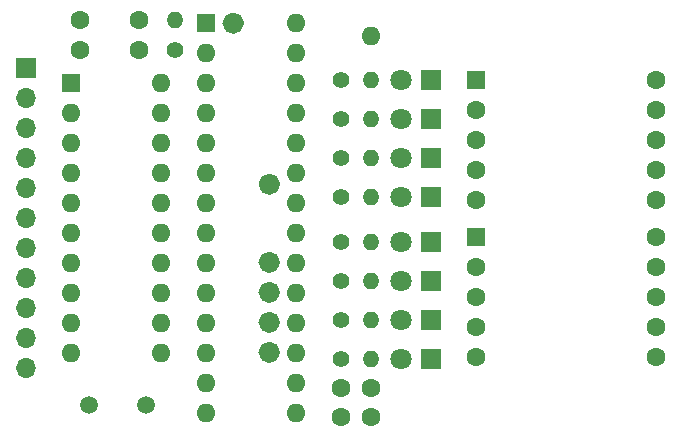
<source format=gbr>
%TF.GenerationSoftware,KiCad,Pcbnew,9.0.0*%
%TF.CreationDate,2025-06-26T09:06:52-07:00*%
%TF.ProjectId,HexDisplay,48657844-6973-4706-9c61-792e6b696361,A*%
%TF.SameCoordinates,Original*%
%TF.FileFunction,Soldermask,Bot*%
%TF.FilePolarity,Negative*%
%FSLAX46Y46*%
G04 Gerber Fmt 4.6, Leading zero omitted, Abs format (unit mm)*
G04 Created by KiCad (PCBNEW 9.0.0) date 2025-06-26 09:06:52*
%MOMM*%
%LPD*%
G01*
G04 APERTURE LIST*
%ADD10C,0.894175*%
%ADD11O,1.600000X1.600000*%
%ADD12C,1.400000*%
%ADD13O,1.400000X1.400000*%
%ADD14R,1.800000X1.800000*%
%ADD15C,1.800000*%
%ADD16R,1.600000X1.600000*%
%ADD17C,1.600000*%
%ADD18C,1.500000*%
%ADD19R,1.700000X1.700000*%
%ADD20O,1.700000X1.700000*%
G04 APERTURE END LIST*
D10*
X94167112Y-47193200D02*
G75*
G02*
X93272938Y-47193200I-447087J0D01*
G01*
X93272938Y-47193200D02*
G75*
G02*
X94167112Y-47193200I447087J0D01*
G01*
X97215112Y-75057000D02*
G75*
G02*
X96320938Y-75057000I-447087J0D01*
G01*
X96320938Y-75057000D02*
G75*
G02*
X97215112Y-75057000I447087J0D01*
G01*
X97215112Y-72517000D02*
G75*
G02*
X96320938Y-72517000I-447087J0D01*
G01*
X96320938Y-72517000D02*
G75*
G02*
X97215112Y-72517000I447087J0D01*
G01*
X97215112Y-69977000D02*
G75*
G02*
X96320938Y-69977000I-447087J0D01*
G01*
X96320938Y-69977000D02*
G75*
G02*
X97215112Y-69977000I447087J0D01*
G01*
X97215112Y-67437000D02*
G75*
G02*
X96320938Y-67437000I-447087J0D01*
G01*
X96320938Y-67437000D02*
G75*
G02*
X97215112Y-67437000I447087J0D01*
G01*
X97221087Y-60827025D02*
G75*
G02*
X96326913Y-60827025I-447087J0D01*
G01*
X96326913Y-60827025D02*
G75*
G02*
X97221087Y-60827025I447087J0D01*
G01*
D11*
%TO.C,*%
X105410000Y-48260000D03*
%TD*%
D12*
%TO.C,R9*%
X102870000Y-75590400D03*
D13*
X105410000Y-75590400D03*
%TD*%
D14*
%TO.C,D7*%
X110490000Y-72288400D03*
D15*
X107950000Y-72288400D03*
%TD*%
D14*
%TO.C,D4*%
X110490000Y-61874400D03*
D15*
X107950000Y-61874400D03*
%TD*%
D16*
%TO.C,U1*%
X91440000Y-47142400D03*
D11*
X91440000Y-49682400D03*
X91440000Y-52222400D03*
X91440000Y-54762400D03*
X91440000Y-57302400D03*
X91440000Y-59842400D03*
X91440000Y-62382400D03*
X91440000Y-64922400D03*
X91440000Y-67462400D03*
X91440000Y-70002400D03*
X91440000Y-72542400D03*
X91440000Y-75082400D03*
X91440000Y-77622400D03*
X91440000Y-80162400D03*
X99060000Y-80162400D03*
X99060000Y-77622400D03*
X99060000Y-75082400D03*
X99060000Y-72542400D03*
X99060000Y-70002400D03*
X99060000Y-67462400D03*
X99060000Y-64922400D03*
X99060000Y-62382400D03*
X99060000Y-59842400D03*
X99060000Y-57302400D03*
X99060000Y-54762400D03*
X99060000Y-52222400D03*
X99060000Y-49682400D03*
X99060000Y-47142400D03*
%TD*%
D14*
%TO.C,D1*%
X110490000Y-51968400D03*
D15*
X107950000Y-51968400D03*
%TD*%
D17*
%TO.C,C3*%
X85770000Y-46922400D03*
X80770000Y-46922400D03*
%TD*%
D14*
%TO.C,D6*%
X110490000Y-68986400D03*
D15*
X107950000Y-68986400D03*
%TD*%
D14*
%TO.C,D3*%
X110490000Y-58572400D03*
D15*
X107950000Y-58572400D03*
%TD*%
D16*
%TO.C,U3*%
X114300000Y-52032400D03*
D17*
X114300000Y-54572400D03*
X114300000Y-57112400D03*
X114300000Y-59652400D03*
X114300000Y-62192400D03*
X129540000Y-62192400D03*
X129540000Y-59652400D03*
X129540000Y-57112400D03*
X129540000Y-54572400D03*
X129540000Y-52032400D03*
%TD*%
%TO.C,C1*%
X80770000Y-49422400D03*
X85770000Y-49422400D03*
%TD*%
D18*
%TO.C,Y1*%
X86360000Y-79527400D03*
X81480000Y-79527400D03*
%TD*%
D12*
%TO.C,R2*%
X102870000Y-51998400D03*
D13*
X105410000Y-51998400D03*
%TD*%
D14*
%TO.C,D2*%
X110490000Y-55270400D03*
D15*
X107950000Y-55270400D03*
%TD*%
D12*
%TO.C,R8*%
X102870000Y-72288400D03*
D13*
X105410000Y-72288400D03*
%TD*%
D17*
%TO.C,C5*%
X105410000Y-80543400D03*
X105410000Y-78043400D03*
%TD*%
D12*
%TO.C,R1*%
X88770000Y-49422400D03*
D13*
X88770000Y-46882400D03*
%TD*%
D19*
%TO.C,J1*%
X76200000Y-50952400D03*
D20*
X76200000Y-53492400D03*
X76200000Y-56032400D03*
X76200000Y-58572400D03*
X76200000Y-61112400D03*
X76200000Y-63652400D03*
X76200000Y-66192400D03*
X76200000Y-68732400D03*
X76200000Y-71272400D03*
X76200000Y-73812400D03*
X76200000Y-76352400D03*
%TD*%
D12*
%TO.C,R6*%
X102870000Y-65684400D03*
D13*
X105410000Y-65684400D03*
%TD*%
D14*
%TO.C,D8*%
X110490000Y-75590400D03*
D15*
X107950000Y-75590400D03*
%TD*%
D12*
%TO.C,R4*%
X102870000Y-58572400D03*
D13*
X105410000Y-58572400D03*
%TD*%
D12*
%TO.C,R3*%
X102870000Y-55270400D03*
D13*
X105410000Y-55270400D03*
%TD*%
D12*
%TO.C,R7*%
X102870000Y-68986400D03*
D13*
X105410000Y-68986400D03*
%TD*%
D12*
%TO.C,R5*%
X102870000Y-61874400D03*
D13*
X105410000Y-61874400D03*
%TD*%
D17*
%TO.C,C4*%
X102870000Y-80543400D03*
X102870000Y-78043400D03*
%TD*%
D16*
%TO.C,U2*%
X80010000Y-52222400D03*
D11*
X80010000Y-54762400D03*
X80010000Y-57302400D03*
X80010000Y-59842400D03*
X80010000Y-62382400D03*
X80010000Y-64922400D03*
X80010000Y-67462400D03*
X80010000Y-70002400D03*
X80010000Y-72542400D03*
X80010000Y-75082400D03*
X87630000Y-75082400D03*
X87630000Y-72542400D03*
X87630000Y-70002400D03*
X87630000Y-67462400D03*
X87630000Y-64922400D03*
X87630000Y-62382400D03*
X87630000Y-59842400D03*
X87630000Y-57302400D03*
X87630000Y-54762400D03*
X87630000Y-52222400D03*
%TD*%
D16*
%TO.C,U4*%
X114300000Y-65282400D03*
D17*
X114300000Y-67822400D03*
X114300000Y-70362400D03*
X114300000Y-72902400D03*
X114300000Y-75442400D03*
X129540000Y-75442400D03*
X129540000Y-72902400D03*
X129540000Y-70362400D03*
X129540000Y-67822400D03*
X129540000Y-65282400D03*
%TD*%
D14*
%TO.C,D5*%
X110490000Y-65684400D03*
D15*
X107950000Y-65684400D03*
%TD*%
M02*

</source>
